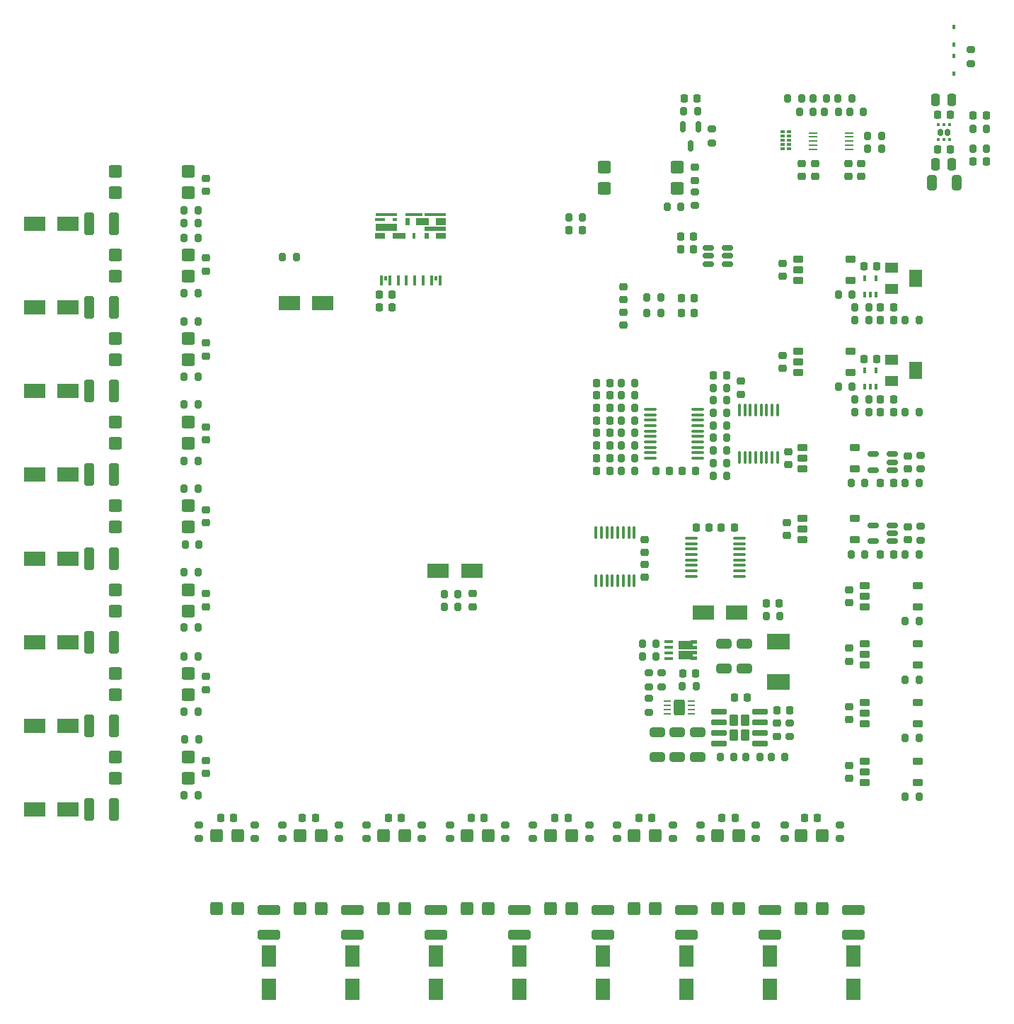
<source format=gtp>
%TF.GenerationSoftware,KiCad,Pcbnew,7.0.1-0*%
%TF.CreationDate,2023-03-21T21:14:32-05:00*%
%TF.ProjectId,actuation,61637475-6174-4696-9f6e-2e6b69636164,rev?*%
%TF.SameCoordinates,Original*%
%TF.FileFunction,Paste,Top*%
%TF.FilePolarity,Positive*%
%FSLAX46Y46*%
G04 Gerber Fmt 4.6, Leading zero omitted, Abs format (unit mm)*
G04 Created by KiCad (PCBNEW 7.0.1-0) date 2023-03-21 21:14:32*
%MOMM*%
%LPD*%
G01*
G04 APERTURE LIST*
G04 Aperture macros list*
%AMRoundRect*
0 Rectangle with rounded corners*
0 $1 Rounding radius*
0 $2 $3 $4 $5 $6 $7 $8 $9 X,Y pos of 4 corners*
0 Add a 4 corners polygon primitive as box body*
4,1,4,$2,$3,$4,$5,$6,$7,$8,$9,$2,$3,0*
0 Add four circle primitives for the rounded corners*
1,1,$1+$1,$2,$3*
1,1,$1+$1,$4,$5*
1,1,$1+$1,$6,$7*
1,1,$1+$1,$8,$9*
0 Add four rect primitives between the rounded corners*
20,1,$1+$1,$2,$3,$4,$5,0*
20,1,$1+$1,$4,$5,$6,$7,0*
20,1,$1+$1,$6,$7,$8,$9,0*
20,1,$1+$1,$8,$9,$2,$3,0*%
%AMFreePoly0*
4,1,11,1.372500,0.090000,0.862500,0.090000,0.862500,-0.165000,1.372500,-0.165000,1.372500,-0.587500,0.612500,-0.587500,0.612500,-0.495000,-0.862500,-0.495000,-0.862500,0.495000,1.372500,0.495000,1.372500,0.090000,1.372500,0.090000,$1*%
%AMFreePoly1*
4,1,11,1.372500,0.165000,0.862500,0.165000,0.862500,-0.090000,1.372500,-0.090000,1.372500,-0.495000,-0.862500,-0.495000,-0.862500,0.495000,0.612500,0.495000,0.612500,0.587500,1.372500,0.587500,1.372500,0.165000,1.372500,0.165000,$1*%
G04 Aperture macros list end*
%ADD10RoundRect,0.150000X0.450000X0.250000X-0.450000X0.250000X-0.450000X-0.250000X0.450000X-0.250000X0*%
%ADD11RoundRect,0.300000X0.500000X0.450000X-0.500000X0.450000X-0.500000X-0.450000X0.500000X-0.450000X0*%
%ADD12RoundRect,0.300000X-0.450000X0.500000X-0.450000X-0.500000X0.450000X-0.500000X0.450000X0.500000X0*%
%ADD13RoundRect,0.200000X0.200000X0.275000X-0.200000X0.275000X-0.200000X-0.275000X0.200000X-0.275000X0*%
%ADD14R,1.800000X2.500000*%
%ADD15RoundRect,0.200000X-0.200000X-0.275000X0.200000X-0.275000X0.200000X0.275000X-0.200000X0.275000X0*%
%ADD16RoundRect,0.200000X0.275000X-0.200000X0.275000X0.200000X-0.275000X0.200000X-0.275000X-0.200000X0*%
%ADD17RoundRect,0.225000X0.225000X0.250000X-0.225000X0.250000X-0.225000X-0.250000X0.225000X-0.250000X0*%
%ADD18RoundRect,0.250000X-0.650000X0.325000X-0.650000X-0.325000X0.650000X-0.325000X0.650000X0.325000X0*%
%ADD19RoundRect,0.225000X0.250000X-0.225000X0.250000X0.225000X-0.250000X0.225000X-0.250000X-0.225000X0*%
%ADD20RoundRect,0.218750X0.256250X-0.218750X0.256250X0.218750X-0.256250X0.218750X-0.256250X-0.218750X0*%
%ADD21RoundRect,0.225000X-0.225000X-0.250000X0.225000X-0.250000X0.225000X0.250000X-0.225000X0.250000X0*%
%ADD22RoundRect,0.250000X-1.100000X0.325000X-1.100000X-0.325000X1.100000X-0.325000X1.100000X0.325000X0*%
%ADD23RoundRect,0.218750X-0.218750X-0.256250X0.218750X-0.256250X0.218750X0.256250X-0.218750X0.256250X0*%
%ADD24RoundRect,0.218750X0.218750X0.256250X-0.218750X0.256250X-0.218750X-0.256250X0.218750X-0.256250X0*%
%ADD25R,2.500000X1.800000*%
%ADD26RoundRect,0.160000X0.160000X-0.245000X0.160000X0.245000X-0.160000X0.245000X-0.160000X-0.245000X0*%
%ADD27RoundRect,0.093750X0.106250X-0.093750X0.106250X0.093750X-0.106250X0.093750X-0.106250X-0.093750X0*%
%ADD28RoundRect,0.218750X-0.256250X0.218750X-0.256250X-0.218750X0.256250X-0.218750X0.256250X0.218750X0*%
%ADD29RoundRect,0.100000X0.637500X0.100000X-0.637500X0.100000X-0.637500X-0.100000X0.637500X-0.100000X0*%
%ADD30R,0.450000X0.600000*%
%ADD31RoundRect,0.150000X0.512500X0.150000X-0.512500X0.150000X-0.512500X-0.150000X0.512500X-0.150000X0*%
%ADD32R,0.990000X0.405000*%
%ADD33FreePoly0,0.000000*%
%ADD34FreePoly1,0.000000*%
%ADD35R,1.600000X1.300000*%
%ADD36R,1.600000X2.000000*%
%ADD37R,0.300000X1.200000*%
%ADD38R,0.400000X0.500000*%
%ADD39R,2.620000X0.950000*%
%ADD40R,0.500000X0.863000*%
%ADD41R,0.545000X0.700000*%
%ADD42R,1.275000X0.863000*%
%ADD43R,1.225000X0.700000*%
%ADD44R,2.055000X0.400000*%
%ADD45R,0.595000X0.450000*%
%ADD46R,1.500000X0.863000*%
%ADD47R,2.570000X0.400000*%
%ADD48R,2.620000X0.400000*%
%ADD49R,2.570000X0.537000*%
%ADD50R,1.600000X0.700000*%
%ADD51R,1.225000X0.450000*%
%ADD52R,0.455000X0.700000*%
%ADD53R,1.275000X0.700000*%
%ADD54RoundRect,0.150000X-0.150000X0.512500X-0.150000X-0.512500X0.150000X-0.512500X0.150000X0.512500X0*%
%ADD55R,0.550000X0.300000*%
%ADD56R,0.550000X0.400000*%
%ADD57RoundRect,0.100000X0.100000X-0.637500X0.100000X0.637500X-0.100000X0.637500X-0.100000X-0.637500X0*%
%ADD58RoundRect,0.250000X0.325000X1.100000X-0.325000X1.100000X-0.325000X-1.100000X0.325000X-1.100000X0*%
%ADD59R,0.400000X0.650000*%
%ADD60RoundRect,0.250000X-0.280000X-0.455000X0.280000X-0.455000X0.280000X0.455000X-0.280000X0.455000X0*%
%ADD61RoundRect,0.150000X-0.820000X-0.150000X0.820000X-0.150000X0.820000X0.150000X-0.820000X0.150000X0*%
%ADD62RoundRect,0.225000X-0.250000X0.225000X-0.250000X-0.225000X0.250000X-0.225000X0.250000X0.225000X0*%
%ADD63RoundRect,0.200000X-0.275000X0.200000X-0.275000X-0.200000X0.275000X-0.200000X0.275000X0.200000X0*%
%ADD64RoundRect,0.250000X-0.250000X-0.475000X0.250000X-0.475000X0.250000X0.475000X-0.250000X0.475000X0*%
%ADD65RoundRect,0.250000X0.325000X0.650000X-0.325000X0.650000X-0.325000X-0.650000X0.325000X-0.650000X0*%
%ADD66R,1.100000X0.250000*%
%ADD67R,2.790000X1.903000*%
%ADD68RoundRect,0.100000X-0.637500X-0.100000X0.637500X-0.100000X0.637500X0.100000X-0.637500X0.100000X0*%
%ADD69RoundRect,0.250000X-0.415000X-0.710000X0.415000X-0.710000X0.415000X0.710000X-0.415000X0.710000X0*%
%ADD70RoundRect,0.062500X-0.362500X-0.062500X0.362500X-0.062500X0.362500X0.062500X-0.362500X0.062500X0*%
%ADD71RoundRect,0.100000X-0.100000X0.637500X-0.100000X-0.637500X0.100000X-0.637500X0.100000X0.637500X0*%
G04 APERTURE END LIST*
D10*
%TO.C,U24*%
X189150000Y-110770000D03*
X189150000Y-108230000D03*
X182850000Y-108230000D03*
X182850000Y-109500000D03*
X182850000Y-110770000D03*
%TD*%
%TO.C,U22*%
X189150000Y-124770000D03*
X189150000Y-122230000D03*
X182850000Y-122230000D03*
X182850000Y-123500000D03*
X182850000Y-124770000D03*
%TD*%
%TO.C,U29*%
X181650000Y-102770000D03*
X181650000Y-100230000D03*
X175350000Y-100230000D03*
X175350000Y-101500000D03*
X175350000Y-102770000D03*
%TD*%
%TO.C,U23*%
X189150000Y-117770000D03*
X189150000Y-115230000D03*
X182850000Y-115230000D03*
X182850000Y-116500000D03*
X182850000Y-117770000D03*
%TD*%
%TO.C,U26*%
X181150000Y-71770000D03*
X181150000Y-69230000D03*
X174850000Y-69230000D03*
X174850000Y-70500000D03*
X174850000Y-71770000D03*
%TD*%
%TO.C,U30*%
X181650000Y-94270000D03*
X181650000Y-91730000D03*
X175350000Y-91730000D03*
X175350000Y-93000000D03*
X175350000Y-94270000D03*
%TD*%
%TO.C,U25*%
X181150000Y-82770000D03*
X181150000Y-80230000D03*
X174850000Y-80230000D03*
X174850000Y-81500000D03*
X174850000Y-82770000D03*
%TD*%
%TO.C,U21*%
X189150000Y-131770000D03*
X189150000Y-129230000D03*
X182850000Y-129230000D03*
X182850000Y-130500000D03*
X182850000Y-131770000D03*
%TD*%
D11*
%TO.C,U5*%
X101850000Y-81270000D03*
X101850000Y-78730000D03*
X93150000Y-78730000D03*
X93150000Y-81270000D03*
%TD*%
%TO.C,U3*%
X101850000Y-61270000D03*
X101850000Y-58730000D03*
X93150000Y-58730000D03*
X93150000Y-61270000D03*
%TD*%
D12*
%TO.C,U15*%
X147770000Y-138150000D03*
X145230000Y-138150000D03*
X145230000Y-146850000D03*
X147770000Y-146850000D03*
%TD*%
%TO.C,U17*%
X167770000Y-138150000D03*
X165230000Y-138150000D03*
X165230000Y-146850000D03*
X167770000Y-146850000D03*
%TD*%
%TO.C,U11*%
X107770000Y-138150000D03*
X105230000Y-138150000D03*
X105230000Y-146850000D03*
X107770000Y-146850000D03*
%TD*%
D11*
%TO.C,U7*%
X101850000Y-101270000D03*
X101850000Y-98730000D03*
X93150000Y-98730000D03*
X93150000Y-101270000D03*
%TD*%
%TO.C,U8*%
X101850000Y-111270000D03*
X101850000Y-108730000D03*
X93150000Y-108730000D03*
X93150000Y-111270000D03*
%TD*%
D12*
%TO.C,U14*%
X137770000Y-138150000D03*
X135230000Y-138150000D03*
X135230000Y-146850000D03*
X137770000Y-146850000D03*
%TD*%
D11*
%TO.C,U9*%
X101850000Y-121270000D03*
X101850000Y-118730000D03*
X93150000Y-118730000D03*
X93150000Y-121270000D03*
%TD*%
D12*
%TO.C,U13*%
X127770000Y-138150000D03*
X125230000Y-138150000D03*
X125230000Y-146850000D03*
X127770000Y-146850000D03*
%TD*%
D11*
%TO.C,U4*%
X101850000Y-71270000D03*
X101850000Y-68730000D03*
X93150000Y-68730000D03*
X93150000Y-71270000D03*
%TD*%
%TO.C,U6*%
X101850000Y-91270000D03*
X101850000Y-88730000D03*
X93150000Y-88730000D03*
X93150000Y-91270000D03*
%TD*%
%TO.C,U39*%
X160350000Y-60770000D03*
X160350000Y-58230000D03*
X151650000Y-58230000D03*
X151650000Y-60770000D03*
%TD*%
D12*
%TO.C,U16*%
X157770000Y-138150000D03*
X155230000Y-138150000D03*
X155230000Y-146850000D03*
X157770000Y-146850000D03*
%TD*%
%TO.C,U12*%
X117770000Y-138150000D03*
X115230000Y-138150000D03*
X115230000Y-146850000D03*
X117770000Y-146850000D03*
%TD*%
D11*
%TO.C,U10*%
X101850000Y-131270000D03*
X101850000Y-128730000D03*
X93150000Y-128730000D03*
X93150000Y-131270000D03*
%TD*%
D12*
%TO.C,U18*%
X177770000Y-138150000D03*
X175230000Y-138150000D03*
X175230000Y-146850000D03*
X177770000Y-146850000D03*
%TD*%
D13*
%TO.C,R84*%
X172681500Y-111887000D03*
X171031500Y-111887000D03*
%TD*%
D14*
%TO.C,D14*%
X141500000Y-152500000D03*
X141500000Y-156500000D03*
%TD*%
D15*
%TO.C,R44*%
X187675000Y-133500000D03*
X189325000Y-133500000D03*
%TD*%
D16*
%TO.C,R76*%
X156972000Y-120332000D03*
X156972000Y-118682000D03*
%TD*%
D17*
%TO.C,C34*%
X186275000Y-76500000D03*
X184725000Y-76500000D03*
%TD*%
D16*
%TO.C,R37*%
X133223000Y-138493000D03*
X133223000Y-136843000D03*
%TD*%
%TO.C,R35*%
X113157000Y-138493000D03*
X113157000Y-136843000D03*
%TD*%
D15*
%TO.C,R93*%
X161175000Y-51500000D03*
X162825000Y-51500000D03*
%TD*%
%TO.C,R86*%
X147409500Y-64224500D03*
X149059500Y-64224500D03*
%TD*%
%TO.C,R97*%
X132525000Y-110800000D03*
X134175000Y-110800000D03*
%TD*%
D18*
%TO.C,C62*%
X165989000Y-115238000D03*
X165989000Y-118188000D03*
%TD*%
D19*
%TO.C,C42*%
X188000000Y-94275000D03*
X188000000Y-92725000D03*
%TD*%
D20*
%TO.C,D22*%
X104013000Y-90830500D03*
X104013000Y-89255500D03*
%TD*%
D15*
%TO.C,R11*%
X101410000Y-73279000D03*
X103060000Y-73279000D03*
%TD*%
D21*
%TO.C,C37*%
X184725000Y-104500000D03*
X186275000Y-104500000D03*
%TD*%
D22*
%TO.C,C19*%
X171500000Y-147025000D03*
X171500000Y-149975000D03*
%TD*%
D23*
%TO.C,D47*%
X195808500Y-52070000D03*
X197383500Y-52070000D03*
%TD*%
D13*
%TO.C,R90*%
X114825000Y-69000000D03*
X113175000Y-69000000D03*
%TD*%
D24*
%TO.C,D29*%
X127406500Y-136017000D03*
X125831500Y-136017000D03*
%TD*%
D17*
%TO.C,C57*%
X162319000Y-66548000D03*
X160769000Y-66548000D03*
%TD*%
D24*
%TO.C,D28*%
X117119500Y-136017000D03*
X115544500Y-136017000D03*
%TD*%
D13*
%TO.C,R74*%
X166325000Y-86100000D03*
X164675000Y-86100000D03*
%TD*%
D20*
%TO.C,D21*%
X104013000Y-80787500D03*
X104013000Y-79212500D03*
%TD*%
D16*
%TO.C,R24*%
X169799000Y-138493000D03*
X169799000Y-136843000D03*
%TD*%
D14*
%TO.C,D15*%
X151500000Y-152500000D03*
X151500000Y-156500000D03*
%TD*%
D16*
%TO.C,R59*%
X189500000Y-94325000D03*
X189500000Y-92675000D03*
%TD*%
D15*
%TO.C,R45*%
X187675000Y-126500000D03*
X189325000Y-126500000D03*
%TD*%
D13*
%TO.C,R60*%
X155340000Y-94500000D03*
X153690000Y-94500000D03*
%TD*%
D24*
%TO.C,D34*%
X177190500Y-136017000D03*
X175615500Y-136017000D03*
%TD*%
D15*
%TO.C,R92*%
X195771000Y-53670000D03*
X197421000Y-53670000D03*
%TD*%
D16*
%TO.C,R77*%
X156972000Y-123380000D03*
X156972000Y-121730000D03*
%TD*%
D23*
%TO.C,D44*%
X171043500Y-110363000D03*
X172618500Y-110363000D03*
%TD*%
D16*
%TO.C,R40*%
X163195000Y-138493000D03*
X163195000Y-136843000D03*
%TD*%
D25*
%TO.C,D46*%
X118000000Y-74500000D03*
X114000000Y-74500000D03*
%TD*%
D15*
%TO.C,R4*%
X179610000Y-50025000D03*
X181260000Y-50025000D03*
%TD*%
D26*
%TO.C,U40*%
X191897000Y-54038000D03*
X192697000Y-54038000D03*
D27*
X191647000Y-54925500D03*
X192297000Y-54925500D03*
X192947000Y-54925500D03*
X192947000Y-53150500D03*
X192297000Y-53150500D03*
X191647000Y-53150500D03*
%TD*%
D13*
%TO.C,R65*%
X155340000Y-87000000D03*
X153690000Y-87000000D03*
%TD*%
D23*
%TO.C,D48*%
X161212500Y-50000000D03*
X162787500Y-50000000D03*
%TD*%
D15*
%TO.C,R46*%
X187675000Y-119500000D03*
X189325000Y-119500000D03*
%TD*%
D23*
%TO.C,D41*%
X150727500Y-85500000D03*
X152302500Y-85500000D03*
%TD*%
D16*
%TO.C,R34*%
X103124000Y-138493000D03*
X103124000Y-136843000D03*
%TD*%
D23*
%TO.C,D36*%
X150727500Y-93000000D03*
X152302500Y-93000000D03*
%TD*%
D28*
%TO.C,D50*%
X135890000Y-109212500D03*
X135890000Y-110787500D03*
%TD*%
D25*
%TO.C,D52*%
X135800000Y-106500000D03*
X131800000Y-106500000D03*
%TD*%
D29*
%TO.C,U34*%
X162862500Y-93025000D03*
X162862500Y-92375000D03*
X162862500Y-91725000D03*
X162862500Y-91075000D03*
X162862500Y-90425000D03*
X162862500Y-89775000D03*
X162862500Y-89125000D03*
X162862500Y-88475000D03*
X162862500Y-87825000D03*
X162862500Y-87175000D03*
X157137500Y-87175000D03*
X157137500Y-87825000D03*
X157137500Y-88475000D03*
X157137500Y-89125000D03*
X157137500Y-89775000D03*
X157137500Y-90425000D03*
X157137500Y-91075000D03*
X157137500Y-91725000D03*
X157137500Y-92375000D03*
X157137500Y-93025000D03*
%TD*%
D17*
%TO.C,C35*%
X186275000Y-86000000D03*
X184725000Y-86000000D03*
%TD*%
D30*
%TO.C,D1*%
X193500000Y-41450000D03*
X193500000Y-43550000D03*
%TD*%
D13*
%TO.C,R64*%
X155340000Y-88500000D03*
X153690000Y-88500000D03*
%TD*%
D17*
%TO.C,C45*%
X166275000Y-83100000D03*
X164725000Y-83100000D03*
%TD*%
D21*
%TO.C,C48*%
X124725000Y-73500000D03*
X126275000Y-73500000D03*
%TD*%
D20*
%TO.C,D23*%
X104013000Y-100736500D03*
X104013000Y-99161500D03*
%TD*%
D19*
%TO.C,C31*%
X173500000Y-102275000D03*
X173500000Y-100725000D03*
%TD*%
D14*
%TO.C,D18*%
X181500000Y-152500000D03*
X181500000Y-156500000D03*
%TD*%
D16*
%TO.C,R87*%
X173863000Y-126301000D03*
X173863000Y-124651000D03*
%TD*%
D28*
%TO.C,D19*%
X104013000Y-59537500D03*
X104013000Y-61112500D03*
%TD*%
D22*
%TO.C,C17*%
X151500000Y-147025000D03*
X151500000Y-149975000D03*
%TD*%
D15*
%TO.C,R26*%
X101410000Y-64897000D03*
X103060000Y-64897000D03*
%TD*%
D24*
%TO.C,D33*%
X167287500Y-136017000D03*
X165712500Y-136017000D03*
%TD*%
D15*
%TO.C,R15*%
X101410000Y-113284000D03*
X103060000Y-113284000D03*
%TD*%
D18*
%TO.C,C56*%
X162814000Y-125779000D03*
X162814000Y-128729000D03*
%TD*%
D31*
%TO.C,U31*%
X186137500Y-102950000D03*
X186137500Y-102000000D03*
X186137500Y-101050000D03*
X183862500Y-101050000D03*
X183862500Y-102950000D03*
%TD*%
D13*
%TO.C,R69*%
X166325000Y-93600000D03*
X164675000Y-93600000D03*
%TD*%
D25*
%TO.C,D5*%
X87500000Y-85000000D03*
X83500000Y-85000000D03*
%TD*%
D31*
%TO.C,U37*%
X166364500Y-69784000D03*
X166364500Y-68834000D03*
X166364500Y-67884000D03*
X164089500Y-67884000D03*
X164089500Y-68834000D03*
X164089500Y-69784000D03*
%TD*%
D23*
%TO.C,D51*%
X195808500Y-57531000D03*
X197383500Y-57531000D03*
%TD*%
D13*
%TO.C,R73*%
X166325000Y-87600000D03*
X164675000Y-87600000D03*
%TD*%
D32*
%TO.C,Q1*%
X159410000Y-114961000D03*
X159410000Y-115621000D03*
X159410000Y-116281000D03*
X159410000Y-116941000D03*
D33*
X161402500Y-116558500D03*
D34*
X161402500Y-115343500D03*
%TD*%
D15*
%TO.C,R17*%
X101410000Y-133350000D03*
X103060000Y-133350000D03*
%TD*%
%TO.C,R42*%
X179675000Y-84500000D03*
X181325000Y-84500000D03*
%TD*%
%TO.C,R53*%
X187675000Y-76500000D03*
X189325000Y-76500000D03*
%TD*%
D35*
%TO.C,RV1*%
X186050000Y-81250000D03*
D36*
X188950000Y-82500000D03*
D35*
X186050000Y-83750000D03*
%TD*%
D19*
%TO.C,C41*%
X188000000Y-102775000D03*
X188000000Y-101225000D03*
%TD*%
D16*
%TO.C,R21*%
X139827000Y-138493000D03*
X139827000Y-136843000D03*
%TD*%
D13*
%TO.C,R89*%
X170258000Y-128778000D03*
X168608000Y-128778000D03*
%TD*%
D15*
%TO.C,R47*%
X187675000Y-112500000D03*
X189325000Y-112500000D03*
%TD*%
D13*
%TO.C,R72*%
X166325000Y-89100000D03*
X164675000Y-89100000D03*
%TD*%
%TO.C,R54*%
X182825000Y-104500000D03*
X181175000Y-104500000D03*
%TD*%
D25*
%TO.C,D10*%
X87500000Y-135000000D03*
X83500000Y-135000000D03*
%TD*%
D37*
%TO.C,U35*%
X130000000Y-71800000D03*
D38*
X131500000Y-71490000D03*
D39*
X125560000Y-65414000D03*
D40*
X128125000Y-64720500D03*
D38*
X125500000Y-71490000D03*
D41*
X130402500Y-66439000D03*
D42*
X132112500Y-64720500D03*
D43*
X124862500Y-66439000D03*
D37*
X128000000Y-71800000D03*
D44*
X128902500Y-63889000D03*
D37*
X125000000Y-71800000D03*
X127000000Y-71800000D03*
X132000000Y-71800000D03*
D45*
X126572500Y-64514000D03*
D46*
X129925000Y-64720500D03*
D47*
X131415000Y-63889000D03*
D37*
X129000000Y-71800000D03*
D48*
X125560000Y-63889000D03*
D49*
X131415000Y-65620500D03*
D37*
X126000000Y-71800000D03*
X131000000Y-71800000D03*
D50*
X127075000Y-66439000D03*
D37*
X126000000Y-71800000D03*
D51*
X124862500Y-64514000D03*
D52*
X128902500Y-66439000D03*
D53*
X132112500Y-66439000D03*
%TD*%
D54*
%TO.C,Q2*%
X162950000Y-53362500D03*
X161050000Y-53362500D03*
X162000000Y-55637500D03*
%TD*%
D21*
%TO.C,C65*%
X191503000Y-51943000D03*
X193053000Y-51943000D03*
%TD*%
%TO.C,C54*%
X160896000Y-73914000D03*
X162446000Y-73914000D03*
%TD*%
D19*
%TO.C,C26*%
X181000000Y-124275000D03*
X181000000Y-122725000D03*
%TD*%
D16*
%TO.C,R19*%
X119888000Y-138493000D03*
X119888000Y-136843000D03*
%TD*%
D15*
%TO.C,R10*%
X101410000Y-63373000D03*
X103060000Y-63373000D03*
%TD*%
D25*
%TO.C,D43*%
X167481000Y-111506000D03*
X163481000Y-111506000D03*
%TD*%
D21*
%TO.C,C44*%
X161000000Y-94500000D03*
X162550000Y-94500000D03*
%TD*%
D18*
%TO.C,C63*%
X168402000Y-115238000D03*
X168402000Y-118188000D03*
%TD*%
D24*
%TO.C,D27*%
X107340500Y-136017000D03*
X105765500Y-136017000D03*
%TD*%
D25*
%TO.C,D8*%
X87500000Y-115000000D03*
X83500000Y-115000000D03*
%TD*%
D13*
%TO.C,R61*%
X155340000Y-93000000D03*
X153690000Y-93000000D03*
%TD*%
D15*
%TO.C,R16*%
X101410000Y-123317000D03*
X103060000Y-123317000D03*
%TD*%
%TO.C,R12*%
X101410000Y-83312000D03*
X103060000Y-83312000D03*
%TD*%
D13*
%TO.C,R75*%
X166325000Y-84600000D03*
X164675000Y-84600000D03*
%TD*%
D16*
%TO.C,R25*%
X179832000Y-138493000D03*
X179832000Y-136843000D03*
%TD*%
D25*
%TO.C,D4*%
X87500000Y-75000000D03*
X83500000Y-75000000D03*
%TD*%
D15*
%TO.C,R91*%
X132525000Y-109300000D03*
X134175000Y-109300000D03*
%TD*%
D55*
%TO.C,U1*%
X173744000Y-55999000D03*
X173744000Y-55499000D03*
D56*
X173744000Y-54999000D03*
D55*
X173744000Y-54499000D03*
X173744000Y-53999000D03*
X172974000Y-53999000D03*
X172974000Y-54499000D03*
D56*
X172974000Y-54999000D03*
D55*
X172974000Y-55499000D03*
X172974000Y-55999000D03*
%TD*%
D17*
%TO.C,C36*%
X186275000Y-75000000D03*
X184725000Y-75000000D03*
%TD*%
D20*
%TO.C,D26*%
X104013000Y-130708500D03*
X104013000Y-129133500D03*
%TD*%
D16*
%TO.C,R20*%
X129794000Y-138493000D03*
X129794000Y-136843000D03*
%TD*%
D15*
%TO.C,R48*%
X181675000Y-87500000D03*
X183325000Y-87500000D03*
%TD*%
D13*
%TO.C,R9*%
X184848000Y-54483000D03*
X183198000Y-54483000D03*
%TD*%
D22*
%TO.C,C13*%
X111500000Y-147025000D03*
X111500000Y-149975000D03*
%TD*%
D57*
%TO.C,U33*%
X167825000Y-92962500D03*
X168475000Y-92962500D03*
X169125000Y-92962500D03*
X169775000Y-92962500D03*
X170425000Y-92962500D03*
X171075000Y-92962500D03*
X171725000Y-92962500D03*
X172375000Y-92962500D03*
X172375000Y-87237500D03*
X171725000Y-87237500D03*
X171075000Y-87237500D03*
X170425000Y-87237500D03*
X169775000Y-87237500D03*
X169125000Y-87237500D03*
X168475000Y-87237500D03*
X167825000Y-87237500D03*
%TD*%
D15*
%TO.C,R49*%
X181675000Y-86000000D03*
X183325000Y-86000000D03*
%TD*%
D58*
%TO.C,C12*%
X92975000Y-135000000D03*
X90025000Y-135000000D03*
%TD*%
D13*
%TO.C,R55*%
X182825000Y-96000000D03*
X181175000Y-96000000D03*
%TD*%
D21*
%TO.C,C40*%
X182740000Y-70104000D03*
X184290000Y-70104000D03*
%TD*%
D23*
%TO.C,D42*%
X150727500Y-84000000D03*
X152302500Y-84000000D03*
%TD*%
D59*
%TO.C,U27*%
X182850000Y-84450000D03*
X183500000Y-84450000D03*
X184150000Y-84450000D03*
X184150000Y-82550000D03*
X182850000Y-82550000D03*
%TD*%
D58*
%TO.C,C5*%
X92975000Y-65000000D03*
X90025000Y-65000000D03*
%TD*%
D19*
%TO.C,C61*%
X172339000Y-126251000D03*
X172339000Y-124701000D03*
%TD*%
D16*
%TO.C,R18*%
X109855000Y-138493000D03*
X109855000Y-136843000D03*
%TD*%
D60*
%TO.C,U38*%
X167178000Y-124347000D03*
X168488000Y-126097000D03*
X167178000Y-126097000D03*
X168488000Y-124347000D03*
D61*
X165353000Y-123317000D03*
X165353000Y-124587000D03*
X165353000Y-125857000D03*
X165353000Y-127127000D03*
X170313000Y-127127000D03*
X170313000Y-125857000D03*
X170313000Y-124587000D03*
X170313000Y-123317000D03*
%TD*%
D21*
%TO.C,C39*%
X182740000Y-81153000D03*
X184290000Y-81153000D03*
%TD*%
D13*
%TO.C,R70*%
X166325000Y-92100000D03*
X164675000Y-92100000D03*
%TD*%
D19*
%TO.C,C27*%
X181000000Y-117275000D03*
X181000000Y-115725000D03*
%TD*%
D58*
%TO.C,C7*%
X92975000Y-85000000D03*
X90025000Y-85000000D03*
%TD*%
D15*
%TO.C,R2*%
X173610000Y-50025000D03*
X175260000Y-50025000D03*
%TD*%
D62*
%TO.C,C4*%
X182372000Y-57772000D03*
X182372000Y-59322000D03*
%TD*%
D17*
%TO.C,C58*%
X162319000Y-68072000D03*
X160769000Y-68072000D03*
%TD*%
D15*
%TO.C,R13*%
X101410000Y-93345000D03*
X103060000Y-93345000D03*
%TD*%
D58*
%TO.C,C8*%
X92950000Y-95000000D03*
X90000000Y-95000000D03*
%TD*%
D19*
%TO.C,C28*%
X181000000Y-110275000D03*
X181000000Y-108725000D03*
%TD*%
D24*
%TO.C,D30*%
X137312500Y-136017000D03*
X135737500Y-136017000D03*
%TD*%
D13*
%TO.C,R71*%
X166325000Y-90600000D03*
X164675000Y-90600000D03*
%TD*%
D25*
%TO.C,D9*%
X87500000Y-125000000D03*
X83500000Y-125000000D03*
%TD*%
D58*
%TO.C,C11*%
X92975000Y-125000000D03*
X90025000Y-125000000D03*
%TD*%
D13*
%TO.C,R68*%
X166325000Y-95100000D03*
X164675000Y-95100000D03*
%TD*%
D18*
%TO.C,C52*%
X157988000Y-125779000D03*
X157988000Y-128729000D03*
%TD*%
D21*
%TO.C,C66*%
X191503000Y-56134000D03*
X193053000Y-56134000D03*
%TD*%
D17*
%TO.C,C33*%
X186275000Y-87500000D03*
X184725000Y-87500000D03*
%TD*%
D15*
%TO.C,R82*%
X156782000Y-73787000D03*
X158432000Y-73787000D03*
%TD*%
D23*
%TO.C,D45*%
X147447000Y-65748500D03*
X149022000Y-65748500D03*
%TD*%
D21*
%TO.C,C59*%
X167246000Y-121666000D03*
X168796000Y-121666000D03*
%TD*%
D63*
%TO.C,R96*%
X164500000Y-53675000D03*
X164500000Y-55325000D03*
%TD*%
D13*
%TO.C,R62*%
X155340000Y-91500000D03*
X153690000Y-91500000D03*
%TD*%
D58*
%TO.C,C6*%
X92950000Y-75000000D03*
X90000000Y-75000000D03*
%TD*%
D59*
%TO.C,U28*%
X182850000Y-73450000D03*
X183500000Y-73450000D03*
X184150000Y-73450000D03*
X184150000Y-71550000D03*
X182850000Y-71550000D03*
%TD*%
D14*
%TO.C,D11*%
X111500000Y-152500000D03*
X111500000Y-156500000D03*
%TD*%
D22*
%TO.C,C20*%
X181500000Y-147025000D03*
X181500000Y-149975000D03*
%TD*%
D13*
%TO.C,R8*%
X184848000Y-56007000D03*
X183198000Y-56007000D03*
%TD*%
%TO.C,R80*%
X157860000Y-116713000D03*
X156210000Y-116713000D03*
%TD*%
D15*
%TO.C,R5*%
X175010000Y-51625000D03*
X176660000Y-51625000D03*
%TD*%
D64*
%TO.C,C64*%
X191328000Y-50165000D03*
X193228000Y-50165000D03*
%TD*%
D21*
%TO.C,C46*%
X157862500Y-94500000D03*
X159412500Y-94500000D03*
%TD*%
D14*
%TO.C,D12*%
X121500000Y-152500000D03*
X121500000Y-156500000D03*
%TD*%
D21*
%TO.C,C47*%
X124725000Y-75000000D03*
X126275000Y-75000000D03*
%TD*%
D19*
%TO.C,C29*%
X173000000Y-82275000D03*
X173000000Y-80725000D03*
%TD*%
D15*
%TO.C,R83*%
X156782000Y-75692000D03*
X158432000Y-75692000D03*
%TD*%
D30*
%TO.C,D2*%
X193500000Y-44950000D03*
X193500000Y-47050000D03*
%TD*%
D13*
%TO.C,R79*%
X157860000Y-115189000D03*
X156210000Y-115189000D03*
%TD*%
D62*
%TO.C,C2*%
X175260000Y-57759000D03*
X175260000Y-59309000D03*
%TD*%
D17*
%TO.C,C21*%
X164224000Y-101346000D03*
X162674000Y-101346000D03*
%TD*%
D14*
%TO.C,D16*%
X161500000Y-152500000D03*
X161500000Y-156500000D03*
%TD*%
D65*
%TO.C,C68*%
X193832000Y-60071000D03*
X190882000Y-60071000D03*
%TD*%
D15*
%TO.C,R3*%
X176610000Y-50025000D03*
X178260000Y-50025000D03*
%TD*%
D24*
%TO.C,D31*%
X147345500Y-136017000D03*
X145770500Y-136017000D03*
%TD*%
D66*
%TO.C,U2*%
X180966000Y-56118000D03*
X180966000Y-55618000D03*
X180966000Y-55118000D03*
X180966000Y-54618000D03*
X180966000Y-54118000D03*
X176666000Y-54118000D03*
X176666000Y-54618000D03*
X176666000Y-55118000D03*
X176666000Y-55618000D03*
X176666000Y-56118000D03*
%TD*%
D15*
%TO.C,R85*%
X165545000Y-128778000D03*
X167195000Y-128778000D03*
%TD*%
D67*
%TO.C,L1*%
X172466000Y-119774500D03*
X172466000Y-114921500D03*
%TD*%
D14*
%TO.C,D17*%
X171500000Y-152500000D03*
X171500000Y-156500000D03*
%TD*%
D15*
%TO.C,R28*%
X101410000Y-76708000D03*
X103060000Y-76708000D03*
%TD*%
D13*
%TO.C,R94*%
X160825000Y-63000000D03*
X159175000Y-63000000D03*
%TD*%
D23*
%TO.C,D38*%
X150727500Y-90000000D03*
X152302500Y-90000000D03*
%TD*%
%TO.C,D37*%
X150727500Y-91500000D03*
X152302500Y-91500000D03*
%TD*%
D19*
%TO.C,C30*%
X173000000Y-71275000D03*
X173000000Y-69725000D03*
%TD*%
D68*
%TO.C,U20*%
X162086500Y-102571000D03*
X162086500Y-103221000D03*
X162086500Y-103871000D03*
X162086500Y-104521000D03*
X162086500Y-105171000D03*
X162086500Y-105821000D03*
X162086500Y-106471000D03*
X162086500Y-107121000D03*
X167811500Y-107121000D03*
X167811500Y-106471000D03*
X167811500Y-105821000D03*
X167811500Y-105171000D03*
X167811500Y-104521000D03*
X167811500Y-103871000D03*
X167811500Y-103221000D03*
X167811500Y-102571000D03*
%TD*%
D15*
%TO.C,R30*%
X101410000Y-96647000D03*
X103060000Y-96647000D03*
%TD*%
D24*
%TO.C,D32*%
X157378500Y-136017000D03*
X155803500Y-136017000D03*
%TD*%
D20*
%TO.C,D24*%
X104013000Y-110787500D03*
X104013000Y-109212500D03*
%TD*%
D16*
%TO.C,R22*%
X149860000Y-138493000D03*
X149860000Y-136843000D03*
%TD*%
D19*
%TO.C,C25*%
X181000000Y-131275000D03*
X181000000Y-129725000D03*
%TD*%
D62*
%TO.C,C3*%
X180848000Y-57772000D03*
X180848000Y-59322000D03*
%TD*%
%TO.C,C23*%
X156464000Y-105730000D03*
X156464000Y-107280000D03*
%TD*%
D25*
%TO.C,D6*%
X87500000Y-95000000D03*
X83500000Y-95000000D03*
%TD*%
D20*
%TO.C,D20*%
X104013000Y-70637500D03*
X104013000Y-69062500D03*
%TD*%
D21*
%TO.C,C24*%
X165674000Y-101346000D03*
X167224000Y-101346000D03*
%TD*%
D16*
%TO.C,R36*%
X123190000Y-138493000D03*
X123190000Y-136843000D03*
%TD*%
D15*
%TO.C,R98*%
X195771000Y-56007000D03*
X197421000Y-56007000D03*
%TD*%
D62*
%TO.C,C1*%
X176860000Y-57759000D03*
X176860000Y-59309000D03*
%TD*%
D58*
%TO.C,C10*%
X92975000Y-115000000D03*
X90025000Y-115000000D03*
%TD*%
D13*
%TO.C,R67*%
X155340000Y-84000000D03*
X153690000Y-84000000D03*
%TD*%
D15*
%TO.C,R14*%
X101537000Y-103378000D03*
X103187000Y-103378000D03*
%TD*%
D13*
%TO.C,R56*%
X189325000Y-104500000D03*
X187675000Y-104500000D03*
%TD*%
D20*
%TO.C,D25*%
X104013000Y-120675500D03*
X104013000Y-119100500D03*
%TD*%
D15*
%TO.C,R27*%
X101410000Y-66675000D03*
X103060000Y-66675000D03*
%TD*%
D19*
%TO.C,C22*%
X156464000Y-104280000D03*
X156464000Y-102730000D03*
%TD*%
D18*
%TO.C,C53*%
X160401000Y-125779000D03*
X160401000Y-128729000D03*
%TD*%
D23*
%TO.C,D39*%
X150727500Y-88500000D03*
X152302500Y-88500000D03*
%TD*%
D22*
%TO.C,C16*%
X141500000Y-147025000D03*
X141500000Y-149975000D03*
%TD*%
D31*
%TO.C,U32*%
X186137500Y-94450000D03*
X186137500Y-93500000D03*
X186137500Y-92550000D03*
X183862500Y-92550000D03*
X183862500Y-94450000D03*
%TD*%
D15*
%TO.C,R7*%
X181010000Y-51625000D03*
X182660000Y-51625000D03*
%TD*%
%TO.C,R52*%
X187675000Y-87500000D03*
X189325000Y-87500000D03*
%TD*%
D16*
%TO.C,R23*%
X159893000Y-138493000D03*
X159893000Y-136843000D03*
%TD*%
%TO.C,R95*%
X162500000Y-62825000D03*
X162500000Y-61175000D03*
%TD*%
D28*
%TO.C,D49*%
X162500000Y-58212500D03*
X162500000Y-59787500D03*
%TD*%
D15*
%TO.C,R58*%
X187675000Y-96000000D03*
X189325000Y-96000000D03*
%TD*%
D13*
%TO.C,R63*%
X155340000Y-90000000D03*
X153690000Y-90000000D03*
%TD*%
D15*
%TO.C,R51*%
X181675000Y-75000000D03*
X183325000Y-75000000D03*
%TD*%
D21*
%TO.C,C49*%
X161036000Y-118745000D03*
X162586000Y-118745000D03*
%TD*%
D35*
%TO.C,RV2*%
X186050000Y-70250000D03*
D36*
X188950000Y-71500000D03*
D35*
X186050000Y-72750000D03*
%TD*%
D21*
%TO.C,C55*%
X160896000Y-75692000D03*
X162446000Y-75692000D03*
%TD*%
D15*
%TO.C,R32*%
X101410000Y-116713000D03*
X103060000Y-116713000D03*
%TD*%
%TO.C,R43*%
X179675000Y-73500000D03*
X181325000Y-73500000D03*
%TD*%
D19*
%TO.C,C32*%
X173700000Y-93775000D03*
X173700000Y-92225000D03*
%TD*%
D13*
%TO.C,R66*%
X155340000Y-85500000D03*
X153690000Y-85500000D03*
%TD*%
D69*
%TO.C,U36*%
X160655000Y-122809000D03*
D70*
X159205000Y-122059000D03*
X159205000Y-122559000D03*
X159205000Y-123059000D03*
X159205000Y-123559000D03*
X162105000Y-123559000D03*
X162105000Y-123059000D03*
X162105000Y-122559000D03*
X162105000Y-122059000D03*
%TD*%
D19*
%TO.C,C50*%
X153924000Y-74054000D03*
X153924000Y-72504000D03*
%TD*%
D15*
%TO.C,R33*%
X101474000Y-126619000D03*
X103124000Y-126619000D03*
%TD*%
D23*
%TO.C,D40*%
X150727500Y-87000000D03*
X152302500Y-87000000D03*
%TD*%
D16*
%TO.C,R39*%
X153162000Y-138493000D03*
X153162000Y-136843000D03*
%TD*%
D22*
%TO.C,C15*%
X131500000Y-147025000D03*
X131500000Y-149975000D03*
%TD*%
D15*
%TO.C,R31*%
X101410000Y-106680000D03*
X103060000Y-106680000D03*
%TD*%
D64*
%TO.C,C67*%
X191328000Y-57912000D03*
X193228000Y-57912000D03*
%TD*%
D58*
%TO.C,C9*%
X92975000Y-105000000D03*
X90025000Y-105000000D03*
%TD*%
D13*
%TO.C,R88*%
X173291000Y-128778000D03*
X171641000Y-128778000D03*
%TD*%
D14*
%TO.C,D13*%
X131500000Y-152500000D03*
X131500000Y-156500000D03*
%TD*%
D15*
%TO.C,R81*%
X160986000Y-120269000D03*
X162636000Y-120269000D03*
%TD*%
D22*
%TO.C,C18*%
X161500000Y-147025000D03*
X161500000Y-149975000D03*
%TD*%
D25*
%TO.C,D7*%
X87500000Y-105000000D03*
X83500000Y-105000000D03*
%TD*%
D16*
%TO.C,R38*%
X143129000Y-138493000D03*
X143129000Y-136843000D03*
%TD*%
D15*
%TO.C,R50*%
X181675000Y-76500000D03*
X183325000Y-76500000D03*
%TD*%
D16*
%TO.C,R57*%
X189500000Y-102825000D03*
X189500000Y-101175000D03*
%TD*%
D19*
%TO.C,C43*%
X168000000Y-85375000D03*
X168000000Y-83825000D03*
%TD*%
D63*
%TO.C,R1*%
X195500000Y-44175000D03*
X195500000Y-45825000D03*
%TD*%
D71*
%TO.C,U19*%
X155239000Y-101917500D03*
X154589000Y-101917500D03*
X153939000Y-101917500D03*
X153289000Y-101917500D03*
X152639000Y-101917500D03*
X151989000Y-101917500D03*
X151339000Y-101917500D03*
X150689000Y-101917500D03*
X150689000Y-107642500D03*
X151339000Y-107642500D03*
X151989000Y-107642500D03*
X152639000Y-107642500D03*
X153289000Y-107642500D03*
X153939000Y-107642500D03*
X154589000Y-107642500D03*
X155239000Y-107642500D03*
%TD*%
D17*
%TO.C,C60*%
X173876000Y-123190000D03*
X172326000Y-123190000D03*
%TD*%
D15*
%TO.C,R6*%
X178010000Y-51625000D03*
X179660000Y-51625000D03*
%TD*%
%TO.C,R29*%
X101410000Y-86614000D03*
X103060000Y-86614000D03*
%TD*%
D62*
%TO.C,C51*%
X153924000Y-75552000D03*
X153924000Y-77102000D03*
%TD*%
D16*
%TO.C,R41*%
X173228000Y-138493000D03*
X173228000Y-136843000D03*
%TD*%
D23*
%TO.C,D35*%
X150727500Y-94500000D03*
X152302500Y-94500000D03*
%TD*%
D25*
%TO.C,D3*%
X87500000Y-65000000D03*
X83500000Y-65000000D03*
%TD*%
D22*
%TO.C,C14*%
X121500000Y-147025000D03*
X121500000Y-149975000D03*
%TD*%
D21*
%TO.C,C38*%
X184725000Y-96000000D03*
X186275000Y-96000000D03*
%TD*%
D16*
%TO.C,R78*%
X158496000Y-120332000D03*
X158496000Y-118682000D03*
%TD*%
M02*

</source>
